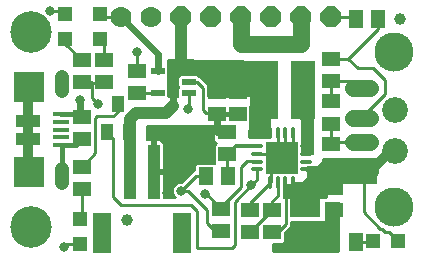
<source format=gbr>
G04 EAGLE Gerber RS-274X export*
G75*
%MOMM*%
%FSLAX34Y34*%
%LPD*%
%INTop Copper*%
%IPPOS*%
%AMOC8*
5,1,8,0,0,1.08239X$1,22.5*%
G01*
%ADD10R,2.700000X2.700000*%
%ADD11C,0.350000*%
%ADD12C,0.908000*%
%ADD13R,2.000000X5.000000*%
%ADD14R,1.500000X1.300000*%
%ADD15R,1.000000X4.600000*%
%ADD16R,1.600000X3.400000*%
%ADD17C,1.000000*%
%ADD18C,3.516000*%
%ADD19C,2.184400*%
%ADD20R,1.300000X1.500000*%
%ADD21C,1.458000*%
%ADD22C,3.316000*%
%ADD23R,1.200000X1.200000*%
%ADD24R,2.500000X1.950000*%
%ADD25P,1.924489X8X112.500000*%
%ADD26R,1.000000X1.400000*%
%ADD27R,1.200000X0.550000*%
%ADD28R,2.500000X2.500000*%
%ADD29C,1.208000*%
%ADD30R,1.350000X0.400000*%
%ADD31R,2.000000X1.000000*%
%ADD32C,1.778000*%
%ADD33C,0.406400*%
%ADD34C,0.254000*%
%ADD35C,0.800100*%
%ADD36C,0.812800*%
%ADD37C,1.422400*%
%ADD38C,0.609600*%
%ADD39C,0.304800*%
%ADD40C,1.016000*%

G36*
X227448Y100346D02*
X227448Y100346D01*
X227567Y100353D01*
X227605Y100366D01*
X227646Y100371D01*
X227756Y100414D01*
X227869Y100451D01*
X227904Y100473D01*
X227941Y100488D01*
X228037Y100558D01*
X228138Y100621D01*
X228166Y100651D01*
X228199Y100674D01*
X228275Y100766D01*
X228356Y100853D01*
X228376Y100888D01*
X228401Y100919D01*
X228452Y101027D01*
X228510Y101131D01*
X228520Y101171D01*
X228537Y101207D01*
X228559Y101324D01*
X228589Y101439D01*
X228593Y101500D01*
X228597Y101520D01*
X228595Y101540D01*
X228599Y101600D01*
X228599Y165100D01*
X228586Y165209D01*
X228580Y165318D01*
X228566Y165366D01*
X228559Y165416D01*
X228519Y165517D01*
X228487Y165622D01*
X228461Y165665D01*
X228442Y165711D01*
X228378Y165800D01*
X228321Y165893D01*
X228285Y165928D01*
X228256Y165969D01*
X228171Y166039D01*
X228092Y166115D01*
X228049Y166140D01*
X228011Y166171D01*
X227911Y166218D01*
X227816Y166272D01*
X227768Y166286D01*
X227723Y166307D01*
X227615Y166328D01*
X227509Y166357D01*
X227432Y166363D01*
X227411Y166367D01*
X227393Y166366D01*
X227349Y166369D01*
X142259Y167639D01*
X142131Y167625D01*
X142003Y167617D01*
X141974Y167607D01*
X141943Y167604D01*
X141823Y167559D01*
X141701Y167519D01*
X141674Y167502D01*
X141645Y167491D01*
X141541Y167418D01*
X141432Y167349D01*
X141411Y167326D01*
X141385Y167308D01*
X141302Y167211D01*
X141214Y167117D01*
X141199Y167090D01*
X141179Y167066D01*
X141122Y166951D01*
X141060Y166839D01*
X141053Y166809D01*
X141039Y166781D01*
X141013Y166655D01*
X140981Y166531D01*
X140978Y166486D01*
X140975Y166469D01*
X140976Y166448D01*
X140974Y166413D01*
X140973Y166412D01*
X140973Y166411D01*
X140971Y166370D01*
X140971Y162319D01*
X140983Y162221D01*
X140986Y162121D01*
X141003Y162063D01*
X141011Y162003D01*
X141047Y161911D01*
X141075Y161816D01*
X141082Y161804D01*
X141082Y154369D01*
X141060Y154330D01*
X141045Y154271D01*
X141021Y154216D01*
X141006Y154118D01*
X140981Y154022D01*
X140975Y153922D01*
X140971Y153902D01*
X140973Y153889D01*
X140971Y153861D01*
X140971Y143319D01*
X140983Y143221D01*
X140986Y143121D01*
X141003Y143063D01*
X141011Y143003D01*
X141047Y142911D01*
X141075Y142816D01*
X141082Y142804D01*
X141082Y135892D01*
X141098Y135763D01*
X141109Y135632D01*
X141118Y135605D01*
X141122Y135576D01*
X141170Y135455D01*
X141212Y135332D01*
X141228Y135308D01*
X141239Y135281D01*
X141315Y135175D01*
X141387Y135066D01*
X141409Y135047D01*
X141425Y135023D01*
X141526Y134940D01*
X141623Y134853D01*
X141648Y134839D01*
X141670Y134821D01*
X141788Y134765D01*
X141904Y134704D01*
X141932Y134697D01*
X141958Y134685D01*
X142086Y134661D01*
X142213Y134630D01*
X142254Y134628D01*
X142270Y134625D01*
X142292Y134627D01*
X142374Y134623D01*
X149772Y134757D01*
X149879Y134773D01*
X149986Y134780D01*
X150035Y134796D01*
X150087Y134803D01*
X150186Y134844D01*
X150288Y134878D01*
X150332Y134905D01*
X150380Y134925D01*
X150466Y134990D01*
X150557Y135048D01*
X150593Y135086D01*
X150634Y135117D01*
X150701Y135201D01*
X150775Y135279D01*
X150800Y135325D01*
X150833Y135366D01*
X150877Y135464D01*
X150929Y135558D01*
X150942Y135608D01*
X150963Y135656D01*
X150981Y135762D01*
X151008Y135866D01*
X151013Y135948D01*
X151017Y135969D01*
X151016Y135985D01*
X151018Y136027D01*
X151018Y142682D01*
X151279Y142942D01*
X151352Y143037D01*
X151431Y143126D01*
X151449Y143162D01*
X151474Y143194D01*
X151521Y143303D01*
X151575Y143409D01*
X151584Y143448D01*
X151600Y143486D01*
X151619Y143603D01*
X151645Y143719D01*
X151644Y143760D01*
X151650Y143800D01*
X151639Y143918D01*
X151635Y144037D01*
X151624Y144076D01*
X151620Y144116D01*
X151580Y144228D01*
X151547Y144343D01*
X151526Y144378D01*
X151513Y144416D01*
X151446Y144514D01*
X151385Y144617D01*
X151345Y144662D01*
X151334Y144679D01*
X151319Y144692D01*
X151279Y144737D01*
X151018Y144998D01*
X151018Y152182D01*
X152209Y153373D01*
X165893Y153373D01*
X167001Y152264D01*
X167080Y152204D01*
X167152Y152136D01*
X167205Y152107D01*
X167253Y152070D01*
X167343Y152030D01*
X167430Y151982D01*
X167489Y151967D01*
X167544Y151943D01*
X167642Y151928D01*
X167724Y151907D01*
X172446Y147184D01*
X174753Y144878D01*
X174753Y136504D01*
X174769Y136375D01*
X174780Y136245D01*
X174789Y136217D01*
X174793Y136189D01*
X174841Y136067D01*
X174883Y135944D01*
X174899Y135920D01*
X174910Y135893D01*
X174986Y135788D01*
X175058Y135678D01*
X175080Y135659D01*
X175096Y135636D01*
X175197Y135552D01*
X175294Y135465D01*
X175319Y135451D01*
X175341Y135433D01*
X175459Y135377D01*
X175575Y135316D01*
X175603Y135310D01*
X175629Y135297D01*
X175757Y135273D01*
X175884Y135242D01*
X175925Y135241D01*
X175941Y135238D01*
X175963Y135239D01*
X176045Y135235D01*
X210774Y135867D01*
X210194Y119620D01*
X210195Y119607D01*
X210193Y119575D01*
X210193Y113926D01*
X210142Y113861D01*
X210112Y113791D01*
X210073Y113726D01*
X210049Y113646D01*
X210016Y113570D01*
X210004Y113494D01*
X209982Y113421D01*
X209966Y113260D01*
X209552Y101645D01*
X209564Y101504D01*
X209573Y101363D01*
X209579Y101346D01*
X209580Y101329D01*
X209628Y101195D01*
X209671Y101061D01*
X209681Y101046D01*
X209687Y101029D01*
X209766Y100911D01*
X209841Y100792D01*
X209854Y100780D01*
X209864Y100765D01*
X209970Y100671D01*
X210073Y100574D01*
X210088Y100565D01*
X210102Y100554D01*
X210227Y100489D01*
X210351Y100420D01*
X210369Y100416D01*
X210384Y100408D01*
X210522Y100376D01*
X210659Y100341D01*
X210684Y100339D01*
X210694Y100337D01*
X210714Y100338D01*
X210820Y100331D01*
X227330Y100331D01*
X227448Y100346D01*
G37*
G36*
X147692Y49134D02*
X147692Y49134D01*
X147842Y49149D01*
X147850Y49152D01*
X147859Y49153D01*
X148000Y49205D01*
X148141Y49256D01*
X148148Y49261D01*
X148157Y49264D01*
X148280Y49350D01*
X148404Y49435D01*
X148410Y49441D01*
X148417Y49447D01*
X148515Y49561D01*
X148615Y49673D01*
X148619Y49681D01*
X148624Y49688D01*
X148691Y49823D01*
X148759Y49956D01*
X148761Y49965D01*
X148765Y49973D01*
X148796Y50121D01*
X148829Y50267D01*
X148829Y50276D01*
X148830Y50284D01*
X148824Y50434D01*
X148819Y50585D01*
X148817Y50593D01*
X148816Y50602D01*
X148773Y50745D01*
X148731Y50890D01*
X148726Y50898D01*
X148724Y50906D01*
X148646Y51034D01*
X148569Y51164D01*
X148561Y51173D01*
X148558Y51178D01*
X148549Y51187D01*
X148463Y51285D01*
X147285Y52462D01*
X146367Y54680D01*
X146367Y57080D01*
X147285Y59298D01*
X148982Y60995D01*
X151200Y61913D01*
X153237Y61913D01*
X153335Y61926D01*
X153434Y61929D01*
X153492Y61945D01*
X153552Y61953D01*
X153644Y61990D01*
X153739Y62017D01*
X153792Y62048D01*
X153848Y62070D01*
X153928Y62128D01*
X154013Y62179D01*
X154089Y62245D01*
X154105Y62257D01*
X154113Y62266D01*
X154134Y62285D01*
X163750Y71901D01*
X163815Y71905D01*
X163853Y71918D01*
X163894Y71923D01*
X164004Y71966D01*
X164117Y72003D01*
X164152Y72025D01*
X164189Y72040D01*
X164285Y72109D01*
X164386Y72173D01*
X164414Y72203D01*
X164447Y72226D01*
X164523Y72318D01*
X164604Y72405D01*
X164624Y72440D01*
X164649Y72471D01*
X164700Y72579D01*
X164758Y72683D01*
X164768Y72723D01*
X164785Y72759D01*
X164807Y72876D01*
X164837Y72991D01*
X164841Y73051D01*
X164845Y73071D01*
X164843Y73092D01*
X164847Y73152D01*
X164847Y76922D01*
X166038Y78113D01*
X180968Y78113D01*
X181086Y78128D01*
X181205Y78135D01*
X181243Y78148D01*
X181284Y78153D01*
X181394Y78196D01*
X181507Y78233D01*
X181542Y78255D01*
X181579Y78270D01*
X181675Y78339D01*
X181776Y78403D01*
X181804Y78433D01*
X181837Y78456D01*
X181913Y78548D01*
X181994Y78635D01*
X182014Y78670D01*
X182039Y78701D01*
X182090Y78809D01*
X182148Y78913D01*
X182158Y78953D01*
X182175Y78989D01*
X182197Y79106D01*
X182227Y79221D01*
X182231Y79281D01*
X182235Y79301D01*
X182233Y79322D01*
X182237Y79382D01*
X182237Y94362D01*
X183222Y95346D01*
X183299Y95446D01*
X183381Y95541D01*
X183396Y95571D01*
X183417Y95598D01*
X183467Y95713D01*
X183523Y95826D01*
X183530Y95859D01*
X183543Y95890D01*
X183563Y96014D01*
X183589Y96137D01*
X183588Y96170D01*
X183593Y96204D01*
X183581Y96329D01*
X183576Y96454D01*
X183566Y96487D01*
X183563Y96520D01*
X183521Y96639D01*
X183484Y96759D01*
X183467Y96788D01*
X183456Y96820D01*
X183385Y96924D01*
X183320Y97031D01*
X183296Y97055D01*
X183277Y97083D01*
X183183Y97166D01*
X183093Y97254D01*
X183052Y97281D01*
X183039Y97293D01*
X183019Y97303D01*
X182959Y97343D01*
X182710Y97487D01*
X182237Y97960D01*
X181902Y98539D01*
X181729Y99186D01*
X181729Y103481D01*
X190500Y103481D01*
X190618Y103496D01*
X190737Y103503D01*
X190775Y103516D01*
X190815Y103521D01*
X190926Y103564D01*
X191039Y103601D01*
X191074Y103623D01*
X191111Y103638D01*
X191207Y103708D01*
X191308Y103771D01*
X191336Y103801D01*
X191368Y103825D01*
X191444Y103916D01*
X191526Y104003D01*
X191545Y104038D01*
X191571Y104069D01*
X191622Y104177D01*
X191679Y104281D01*
X191690Y104321D01*
X191707Y104357D01*
X191729Y104474D01*
X191759Y104589D01*
X191763Y104650D01*
X191767Y104670D01*
X191765Y104690D01*
X191769Y104750D01*
X191769Y107290D01*
X191754Y107408D01*
X191747Y107527D01*
X191734Y107565D01*
X191729Y107605D01*
X191685Y107716D01*
X191649Y107829D01*
X191627Y107864D01*
X191612Y107901D01*
X191542Y107997D01*
X191479Y108098D01*
X191449Y108126D01*
X191425Y108158D01*
X191334Y108234D01*
X191247Y108316D01*
X191212Y108335D01*
X191180Y108361D01*
X191073Y108412D01*
X190969Y108469D01*
X190929Y108480D01*
X190893Y108497D01*
X190776Y108519D01*
X190661Y108549D01*
X190600Y108553D01*
X190580Y108557D01*
X190560Y108555D01*
X190500Y108559D01*
X181729Y108559D01*
X181729Y110490D01*
X181714Y110608D01*
X181707Y110727D01*
X181694Y110765D01*
X181689Y110806D01*
X181646Y110916D01*
X181609Y111029D01*
X181587Y111064D01*
X181572Y111101D01*
X181503Y111197D01*
X181439Y111298D01*
X181409Y111326D01*
X181386Y111359D01*
X181294Y111435D01*
X181207Y111516D01*
X181172Y111536D01*
X181141Y111561D01*
X181033Y111612D01*
X180929Y111670D01*
X180889Y111680D01*
X180853Y111697D01*
X180736Y111719D01*
X180621Y111749D01*
X180561Y111753D01*
X180541Y111757D01*
X180520Y111755D01*
X180460Y111759D01*
X124460Y111759D01*
X124342Y111744D01*
X124223Y111737D01*
X124185Y111724D01*
X124144Y111719D01*
X124034Y111676D01*
X123921Y111639D01*
X123886Y111617D01*
X123849Y111602D01*
X123753Y111533D01*
X123652Y111469D01*
X123624Y111439D01*
X123591Y111416D01*
X123516Y111324D01*
X123434Y111237D01*
X123414Y111202D01*
X123389Y111171D01*
X123338Y111063D01*
X123280Y110959D01*
X123270Y110919D01*
X123253Y110883D01*
X123231Y110766D01*
X123201Y110651D01*
X123197Y110591D01*
X123193Y110571D01*
X123195Y110550D01*
X123191Y110490D01*
X123191Y99370D01*
X123206Y99252D01*
X123213Y99133D01*
X123226Y99095D01*
X123231Y99054D01*
X123274Y98944D01*
X123311Y98831D01*
X123333Y98796D01*
X123348Y98759D01*
X123418Y98663D01*
X123481Y98562D01*
X123511Y98534D01*
X123534Y98501D01*
X123626Y98425D01*
X123713Y98344D01*
X123748Y98324D01*
X123779Y98299D01*
X123887Y98248D01*
X123991Y98190D01*
X124031Y98180D01*
X124067Y98163D01*
X124184Y98141D01*
X124299Y98111D01*
X124360Y98107D01*
X124380Y98103D01*
X124400Y98105D01*
X124460Y98101D01*
X126881Y98101D01*
X126881Y73790D01*
X126896Y73672D01*
X126903Y73553D01*
X126915Y73515D01*
X126921Y73475D01*
X126964Y73364D01*
X127001Y73251D01*
X127023Y73217D01*
X127038Y73179D01*
X127107Y73083D01*
X127171Y72982D01*
X127201Y72954D01*
X127224Y72922D01*
X127316Y72846D01*
X127403Y72764D01*
X127438Y72745D01*
X127469Y72719D01*
X127577Y72668D01*
X127681Y72611D01*
X127721Y72601D01*
X127757Y72583D01*
X127874Y72561D01*
X127989Y72531D01*
X128049Y72527D01*
X128069Y72524D01*
X128090Y72525D01*
X128150Y72521D01*
X129341Y72521D01*
X129341Y71330D01*
X129356Y71212D01*
X129363Y71093D01*
X129376Y71055D01*
X129381Y71014D01*
X129425Y70904D01*
X129461Y70791D01*
X129483Y70756D01*
X129498Y70719D01*
X129568Y70622D01*
X129631Y70522D01*
X129661Y70494D01*
X129685Y70461D01*
X129776Y70385D01*
X129863Y70304D01*
X129898Y70284D01*
X129930Y70259D01*
X130037Y70208D01*
X130142Y70150D01*
X130181Y70140D01*
X130217Y70123D01*
X130334Y70101D01*
X130450Y70071D01*
X130510Y70067D01*
X130530Y70063D01*
X130550Y70065D01*
X130610Y70061D01*
X136921Y70061D01*
X136921Y50555D01*
X136934Y50448D01*
X136939Y50340D01*
X136954Y50291D01*
X136961Y50239D01*
X137000Y50139D01*
X137032Y50036D01*
X137059Y49992D01*
X137078Y49944D01*
X137141Y49856D01*
X137197Y49764D01*
X137234Y49728D01*
X137264Y49686D01*
X137347Y49618D01*
X137425Y49542D01*
X137470Y49516D01*
X137509Y49483D01*
X137607Y49438D01*
X137700Y49384D01*
X137750Y49370D01*
X137797Y49348D01*
X137903Y49328D01*
X138007Y49299D01*
X138088Y49292D01*
X138109Y49288D01*
X138126Y49289D01*
X138167Y49286D01*
X147543Y49118D01*
X147692Y49134D01*
G37*
G36*
X275708Y49546D02*
X275708Y49546D01*
X275827Y49553D01*
X275865Y49566D01*
X275906Y49571D01*
X276016Y49614D01*
X276129Y49651D01*
X276164Y49673D01*
X276201Y49688D01*
X276297Y49758D01*
X276398Y49821D01*
X276426Y49851D01*
X276459Y49874D01*
X276535Y49966D01*
X276616Y50053D01*
X276636Y50088D01*
X276661Y50119D01*
X276712Y50227D01*
X276770Y50331D01*
X276780Y50371D01*
X276797Y50407D01*
X276819Y50524D01*
X276849Y50639D01*
X276853Y50700D01*
X276857Y50720D01*
X276855Y50740D01*
X276859Y50800D01*
X276859Y62231D01*
X317500Y62231D01*
X317618Y62246D01*
X317737Y62253D01*
X317775Y62266D01*
X317816Y62271D01*
X317926Y62314D01*
X318039Y62351D01*
X318074Y62373D01*
X318111Y62388D01*
X318207Y62458D01*
X318308Y62521D01*
X318336Y62551D01*
X318369Y62574D01*
X318445Y62666D01*
X318526Y62753D01*
X318546Y62788D01*
X318571Y62819D01*
X318622Y62927D01*
X318680Y63031D01*
X318690Y63071D01*
X318707Y63107D01*
X318729Y63224D01*
X318759Y63339D01*
X318763Y63400D01*
X318767Y63420D01*
X318765Y63440D01*
X318769Y63500D01*
X318769Y82550D01*
X318754Y82668D01*
X318747Y82787D01*
X318734Y82825D01*
X318729Y82866D01*
X318686Y82976D01*
X318649Y83089D01*
X318627Y83124D01*
X318612Y83161D01*
X318543Y83257D01*
X318479Y83358D01*
X318449Y83386D01*
X318426Y83419D01*
X318334Y83495D01*
X318247Y83576D01*
X318212Y83596D01*
X318181Y83621D01*
X318073Y83672D01*
X317969Y83730D01*
X317929Y83740D01*
X317893Y83757D01*
X317776Y83779D01*
X317661Y83809D01*
X317601Y83813D01*
X317581Y83817D01*
X317560Y83815D01*
X317500Y83819D01*
X273050Y83819D01*
X272932Y83804D01*
X272813Y83797D01*
X272775Y83784D01*
X272734Y83779D01*
X272624Y83736D01*
X272511Y83699D01*
X272476Y83677D01*
X272439Y83662D01*
X272343Y83593D01*
X272242Y83529D01*
X272214Y83499D01*
X272181Y83476D01*
X272106Y83384D01*
X272024Y83297D01*
X272004Y83262D01*
X271979Y83231D01*
X271928Y83123D01*
X271870Y83019D01*
X271860Y82979D01*
X271843Y82943D01*
X271821Y82826D01*
X271791Y82711D01*
X271787Y82651D01*
X271783Y82631D01*
X271784Y82616D01*
X271783Y82612D01*
X271784Y82601D01*
X271781Y82550D01*
X271781Y81806D01*
X267444Y77469D01*
X264445Y77469D01*
X264346Y77457D01*
X264247Y77454D01*
X264189Y77437D01*
X264129Y77429D01*
X264037Y77393D01*
X263942Y77365D01*
X263890Y77335D01*
X263833Y77312D01*
X263753Y77254D01*
X263741Y77247D01*
X260350Y77247D01*
X260232Y77232D01*
X260113Y77225D01*
X260075Y77212D01*
X260034Y77207D01*
X259924Y77164D01*
X259811Y77127D01*
X259776Y77105D01*
X259739Y77090D01*
X259643Y77021D01*
X259542Y76957D01*
X259514Y76927D01*
X259481Y76904D01*
X259406Y76812D01*
X259324Y76725D01*
X259304Y76690D01*
X259279Y76659D01*
X259228Y76551D01*
X259170Y76447D01*
X259160Y76407D01*
X259143Y76371D01*
X259121Y76254D01*
X259091Y76139D01*
X259087Y76079D01*
X259083Y76059D01*
X259085Y76038D01*
X259081Y75978D01*
X259081Y66566D01*
X254744Y62229D01*
X240030Y62229D01*
X239912Y62214D01*
X239793Y62207D01*
X239755Y62194D01*
X239714Y62189D01*
X239604Y62146D01*
X239491Y62109D01*
X239456Y62087D01*
X239419Y62072D01*
X239323Y62003D01*
X239222Y61939D01*
X239194Y61909D01*
X239161Y61886D01*
X239086Y61794D01*
X239004Y61707D01*
X238984Y61672D01*
X238959Y61641D01*
X238908Y61533D01*
X238850Y61429D01*
X238840Y61389D01*
X238823Y61353D01*
X238801Y61236D01*
X238771Y61121D01*
X238767Y61061D01*
X238763Y61041D01*
X238764Y61036D01*
X238763Y61035D01*
X238764Y61017D01*
X238761Y60960D01*
X238761Y50800D01*
X238776Y50682D01*
X238783Y50563D01*
X238796Y50525D01*
X238801Y50484D01*
X238844Y50374D01*
X238881Y50261D01*
X238903Y50226D01*
X238918Y50189D01*
X238988Y50093D01*
X239051Y49992D01*
X239081Y49964D01*
X239104Y49931D01*
X239196Y49856D01*
X239283Y49774D01*
X239318Y49754D01*
X239349Y49729D01*
X239457Y49678D01*
X239561Y49620D01*
X239601Y49610D01*
X239637Y49593D01*
X239754Y49571D01*
X239869Y49541D01*
X239930Y49537D01*
X239950Y49533D01*
X239970Y49535D01*
X240030Y49531D01*
X275590Y49531D01*
X275708Y49546D01*
G37*
G36*
X285868Y3826D02*
X285868Y3826D01*
X285987Y3833D01*
X286025Y3846D01*
X286066Y3851D01*
X286176Y3894D01*
X286289Y3931D01*
X286324Y3953D01*
X286361Y3968D01*
X286457Y4038D01*
X286558Y4101D01*
X286586Y4131D01*
X286619Y4154D01*
X286695Y4246D01*
X286776Y4333D01*
X286796Y4368D01*
X286821Y4399D01*
X286872Y4507D01*
X286930Y4611D01*
X286940Y4651D01*
X286957Y4687D01*
X286979Y4804D01*
X287009Y4919D01*
X287013Y4980D01*
X287017Y5000D01*
X287015Y5020D01*
X287019Y5080D01*
X287019Y45720D01*
X287004Y45838D01*
X286997Y45957D01*
X286984Y45995D01*
X286979Y46036D01*
X286936Y46146D01*
X286899Y46259D01*
X286877Y46294D01*
X286862Y46331D01*
X286793Y46427D01*
X286729Y46528D01*
X286699Y46556D01*
X286676Y46589D01*
X286584Y46665D01*
X286497Y46746D01*
X286462Y46766D01*
X286431Y46791D01*
X286323Y46842D01*
X286219Y46900D01*
X286179Y46910D01*
X286143Y46927D01*
X286026Y46949D01*
X285911Y46979D01*
X285851Y46983D01*
X285831Y46987D01*
X285810Y46985D01*
X285750Y46989D01*
X275590Y46989D01*
X275472Y46974D01*
X275353Y46967D01*
X275315Y46954D01*
X275274Y46949D01*
X275164Y46906D01*
X275051Y46869D01*
X275016Y46847D01*
X274979Y46832D01*
X274883Y46763D01*
X274782Y46699D01*
X274754Y46669D01*
X274721Y46646D01*
X274646Y46554D01*
X274564Y46467D01*
X274544Y46432D01*
X274519Y46401D01*
X274468Y46293D01*
X274410Y46189D01*
X274400Y46149D01*
X274383Y46113D01*
X274361Y45996D01*
X274331Y45881D01*
X274327Y45821D01*
X274323Y45801D01*
X274324Y45782D01*
X274323Y45777D01*
X274324Y45768D01*
X274321Y45720D01*
X274321Y30479D01*
X245872Y30479D01*
X245754Y30464D01*
X245635Y30457D01*
X245597Y30444D01*
X245556Y30439D01*
X245446Y30396D01*
X245333Y30359D01*
X245298Y30337D01*
X245261Y30322D01*
X245165Y30253D01*
X245064Y30189D01*
X245036Y30159D01*
X245003Y30136D01*
X244927Y30044D01*
X244846Y29957D01*
X244826Y29922D01*
X244801Y29891D01*
X244750Y29783D01*
X244692Y29679D01*
X244682Y29639D01*
X244665Y29603D01*
X244643Y29486D01*
X244613Y29371D01*
X244609Y29311D01*
X244605Y29291D01*
X244606Y29280D01*
X244605Y29276D01*
X244606Y29263D01*
X244603Y29210D01*
X244603Y26572D01*
X239774Y21744D01*
X239714Y21665D01*
X239646Y21593D01*
X239617Y21540D01*
X239580Y21492D01*
X239540Y21401D01*
X239492Y21315D01*
X239477Y21256D01*
X239453Y21201D01*
X239438Y21103D01*
X239413Y21007D01*
X239407Y20907D01*
X239403Y20887D01*
X239405Y20874D01*
X239403Y20846D01*
X239403Y13638D01*
X238212Y12447D01*
X231140Y12447D01*
X231022Y12432D01*
X230903Y12425D01*
X230865Y12412D01*
X230824Y12407D01*
X230714Y12364D01*
X230601Y12327D01*
X230566Y12305D01*
X230529Y12290D01*
X230433Y12221D01*
X230332Y12157D01*
X230304Y12127D01*
X230271Y12104D01*
X230196Y12012D01*
X230114Y11925D01*
X230094Y11890D01*
X230069Y11859D01*
X230018Y11751D01*
X229960Y11647D01*
X229950Y11607D01*
X229933Y11571D01*
X229911Y11454D01*
X229881Y11339D01*
X229877Y11279D01*
X229873Y11259D01*
X229875Y11238D01*
X229871Y11178D01*
X229871Y5080D01*
X229886Y4962D01*
X229893Y4843D01*
X229906Y4805D01*
X229911Y4764D01*
X229954Y4654D01*
X229991Y4541D01*
X230013Y4506D01*
X230028Y4469D01*
X230098Y4373D01*
X230161Y4272D01*
X230191Y4244D01*
X230214Y4211D01*
X230306Y4136D01*
X230393Y4054D01*
X230428Y4034D01*
X230459Y4009D01*
X230567Y3958D01*
X230671Y3900D01*
X230711Y3890D01*
X230747Y3873D01*
X230864Y3851D01*
X230979Y3821D01*
X231040Y3817D01*
X231060Y3813D01*
X231080Y3815D01*
X231140Y3811D01*
X285750Y3811D01*
X285868Y3826D01*
G37*
G36*
X264278Y86376D02*
X264278Y86376D01*
X264397Y86383D01*
X264435Y86396D01*
X264476Y86401D01*
X264586Y86444D01*
X264699Y86481D01*
X264734Y86503D01*
X264771Y86518D01*
X264867Y86588D01*
X264968Y86651D01*
X264996Y86681D01*
X265029Y86704D01*
X265105Y86796D01*
X265186Y86883D01*
X265206Y86918D01*
X265231Y86949D01*
X265282Y87057D01*
X265340Y87161D01*
X265350Y87201D01*
X265367Y87237D01*
X265389Y87354D01*
X265419Y87469D01*
X265423Y87530D01*
X265427Y87550D01*
X265425Y87570D01*
X265429Y87630D01*
X265429Y160020D01*
X265414Y160138D01*
X265407Y160257D01*
X265394Y160295D01*
X265389Y160336D01*
X265346Y160446D01*
X265309Y160559D01*
X265287Y160594D01*
X265272Y160631D01*
X265203Y160727D01*
X265139Y160828D01*
X265109Y160856D01*
X265086Y160889D01*
X264994Y160965D01*
X264907Y161046D01*
X264872Y161066D01*
X264841Y161091D01*
X264733Y161142D01*
X264629Y161200D01*
X264589Y161210D01*
X264553Y161227D01*
X264436Y161249D01*
X264321Y161279D01*
X264261Y161283D01*
X264241Y161287D01*
X264220Y161285D01*
X264160Y161289D01*
X250190Y161289D01*
X250072Y161274D01*
X249953Y161267D01*
X249915Y161254D01*
X249874Y161249D01*
X249764Y161206D01*
X249651Y161169D01*
X249616Y161147D01*
X249579Y161132D01*
X249483Y161063D01*
X249382Y160999D01*
X249354Y160969D01*
X249321Y160946D01*
X249246Y160854D01*
X249164Y160767D01*
X249144Y160732D01*
X249119Y160701D01*
X249068Y160593D01*
X249010Y160489D01*
X249000Y160449D01*
X248983Y160413D01*
X248961Y160296D01*
X248931Y160181D01*
X248927Y160121D01*
X248923Y160101D01*
X248925Y160080D01*
X248921Y160020D01*
X248921Y121920D01*
X248933Y121822D01*
X248936Y121723D01*
X248953Y121665D01*
X248961Y121604D01*
X248997Y121512D01*
X249025Y121417D01*
X249055Y121365D01*
X249078Y121309D01*
X249136Y121229D01*
X249186Y121143D01*
X249231Y121092D01*
X249232Y121092D01*
X249232Y121091D01*
X249252Y121068D01*
X249264Y121051D01*
X249274Y121044D01*
X249293Y121023D01*
X254001Y116314D01*
X254001Y87630D01*
X254016Y87512D01*
X254023Y87393D01*
X254036Y87355D01*
X254041Y87314D01*
X254084Y87204D01*
X254121Y87091D01*
X254143Y87056D01*
X254158Y87019D01*
X254228Y86923D01*
X254291Y86822D01*
X254321Y86794D01*
X254344Y86761D01*
X254436Y86686D01*
X254523Y86604D01*
X254558Y86584D01*
X254589Y86559D01*
X254697Y86508D01*
X254801Y86450D01*
X254841Y86440D01*
X254877Y86423D01*
X254994Y86401D01*
X255109Y86371D01*
X255170Y86367D01*
X255190Y86363D01*
X255210Y86365D01*
X255270Y86361D01*
X264160Y86361D01*
X264278Y86376D01*
G37*
%LPC*%
G36*
X131879Y75059D02*
X131879Y75059D01*
X131879Y98101D01*
X134714Y98101D01*
X135361Y97928D01*
X135940Y97593D01*
X136413Y97120D01*
X136748Y96541D01*
X136921Y95894D01*
X136921Y75059D01*
X131879Y75059D01*
G37*
%LPD*%
D10*
X237630Y84280D03*
D11*
X255130Y74530D02*
X262130Y74530D01*
X262130Y81030D02*
X255130Y81030D01*
X255130Y87530D02*
X262130Y87530D01*
X262130Y94030D02*
X255130Y94030D01*
X247380Y101780D02*
X247380Y108780D01*
X240880Y108780D02*
X240880Y101780D01*
X234380Y101780D02*
X234380Y108780D01*
X227880Y108780D02*
X227880Y101780D01*
X220130Y94030D02*
X213130Y94030D01*
X213130Y87530D02*
X220130Y87530D01*
X220130Y81030D02*
X213130Y81030D01*
X213130Y74530D02*
X220130Y74530D01*
X227880Y66780D02*
X227880Y59780D01*
X234380Y59780D02*
X234380Y66780D01*
X240880Y66780D02*
X240880Y59780D01*
X247380Y59780D02*
X247380Y66780D01*
D12*
X237630Y84280D03*
X246630Y75280D03*
X228630Y75280D03*
X228630Y93280D03*
X246630Y93280D03*
D13*
X224210Y141260D03*
X256210Y141260D03*
D14*
X182880Y140310D03*
X182880Y121310D03*
D15*
X129380Y72560D03*
X109380Y72560D03*
D16*
X153380Y20560D03*
X85380Y20560D03*
D14*
X281940Y59030D03*
X281940Y40030D03*
D17*
X106910Y31510D03*
D18*
X25400Y190500D03*
X25400Y25400D03*
D19*
X334010Y124680D03*
X334010Y89680D03*
D14*
X279900Y95870D03*
X279900Y76870D03*
X279720Y113030D03*
X279720Y132030D03*
D20*
X319380Y201930D03*
X300380Y201930D03*
D14*
X279400Y168250D03*
X279400Y149250D03*
D21*
X298350Y97950D02*
X312930Y97950D01*
X312930Y117950D02*
X298350Y117950D01*
X298350Y72950D02*
X312930Y72950D01*
X312930Y142950D02*
X298350Y142950D01*
D22*
X332740Y42250D03*
X332740Y173650D03*
D23*
X315210Y13650D03*
X336210Y13650D03*
D20*
X300330Y12700D03*
X281330Y12700D03*
D14*
X186360Y22240D03*
X186360Y41240D03*
X200660Y140310D03*
X200660Y121310D03*
X229870Y39980D03*
X229870Y20980D03*
X210820Y39980D03*
X210820Y20980D03*
X191770Y106020D03*
X191770Y87020D03*
D20*
X192380Y68580D03*
X173380Y68580D03*
D24*
X257810Y43190D03*
X257810Y12690D03*
D25*
X152400Y203200D03*
X177800Y203200D03*
X203200Y203200D03*
X228600Y203200D03*
X254000Y203200D03*
X279400Y203200D03*
D23*
X67310Y11090D03*
X67310Y32090D03*
D14*
X68580Y57810D03*
X68580Y76810D03*
D26*
X99060Y130110D03*
X108560Y106110D03*
X89560Y106110D03*
D17*
X337820Y201930D03*
D27*
X159051Y139090D03*
X159051Y148590D03*
X159051Y158090D03*
X133049Y158090D03*
X133049Y139090D03*
D23*
X83820Y185080D03*
X83820Y206080D03*
X54610Y206080D03*
X54610Y185080D03*
D14*
X87630Y166980D03*
X87630Y147980D03*
X68580Y166980D03*
X68580Y147980D03*
X68580Y118720D03*
X68580Y99720D03*
X115570Y139090D03*
X115570Y158090D03*
D28*
X24180Y71950D03*
X24180Y143950D03*
D29*
X52180Y140950D02*
X52180Y153030D01*
X52180Y74950D02*
X52180Y62870D01*
D30*
X50930Y120950D03*
X50930Y114450D03*
X50930Y107950D03*
X50930Y101450D03*
X50930Y94950D03*
D31*
X23180Y115450D03*
X23180Y100450D03*
D32*
X101600Y203200D03*
X127000Y203200D03*
D33*
X182880Y121310D02*
X200660Y121310D01*
D34*
X228630Y93280D02*
X232710Y89200D01*
X237630Y84280D01*
X242410Y89060D01*
X246630Y93280D01*
X237630Y84280D02*
X246630Y75280D01*
X228630Y64030D02*
X227880Y63280D01*
X228630Y64030D02*
X228630Y75280D01*
X237630Y84280D01*
X234380Y87530D02*
X216630Y87530D01*
X234380Y87530D02*
X237630Y84280D01*
X247380Y94030D02*
X247380Y105280D01*
X247380Y94030D02*
X246630Y93280D01*
X234380Y90870D02*
X234380Y105280D01*
X234380Y90870D02*
X232710Y89200D01*
X240880Y90590D02*
X240880Y105280D01*
X240880Y90590D02*
X242410Y89060D01*
D35*
X143510Y73660D03*
X257810Y26670D03*
X177800Y83820D03*
X238760Y7620D03*
D34*
X279720Y132030D02*
X279400Y132350D01*
X279400Y149250D01*
X299340Y149250D01*
X305640Y142950D01*
X227880Y63280D02*
X210820Y46220D01*
X210820Y39980D01*
D35*
X281940Y26670D03*
D34*
X67310Y11090D02*
X55540Y11090D01*
X53340Y8890D01*
D35*
X53340Y8890D03*
D36*
X23180Y100450D02*
X23180Y115450D01*
X23180Y100450D02*
X23180Y72950D01*
X24180Y71950D01*
X23180Y115450D02*
X23180Y143830D01*
X24130Y144780D01*
D33*
X50930Y94950D02*
X63810Y94950D01*
X68580Y99720D01*
X52180Y93700D02*
X50930Y94950D01*
X52180Y93700D02*
X52180Y74950D01*
D34*
X54610Y206080D02*
X52410Y208280D01*
X41910Y208280D01*
D35*
X41910Y208280D03*
D33*
X141580Y103480D02*
X140970Y102870D01*
D34*
X115570Y158090D02*
X115570Y173990D01*
D35*
X115570Y173990D03*
D34*
X159051Y148590D02*
X166370Y148590D01*
X171450Y143510D01*
X171450Y124460D01*
X173990Y121920D01*
X182270Y121920D01*
X182880Y121310D01*
D35*
X139700Y100330D03*
X140970Y54610D03*
X144780Y87630D03*
D37*
X203200Y180340D02*
X203200Y203200D01*
X203200Y180340D02*
X254000Y180340D01*
X254000Y203200D01*
D38*
X191770Y106020D02*
X182880Y106020D01*
X182880Y121310D01*
D39*
X199440Y94030D02*
X216630Y94030D01*
X199440Y94030D02*
X192430Y87020D01*
X191770Y87020D01*
D34*
X191770Y69240D01*
D38*
X191770Y69190D01*
X192380Y68580D01*
D34*
X258630Y74530D02*
X262700Y70460D01*
X255520Y63280D02*
X247380Y63280D01*
X255520Y63280D02*
X262700Y70460D01*
D36*
X292100Y70460D02*
X300610Y70460D01*
D34*
X294640Y67920D02*
X292100Y70460D01*
D39*
X240880Y63280D02*
X240880Y57570D01*
D34*
X279400Y203200D02*
X299110Y203200D01*
X300380Y201930D01*
D36*
X306200Y69850D02*
X309880Y69850D01*
D34*
X241300Y54610D02*
X241300Y27940D01*
X234340Y20980D01*
X229870Y20980D01*
D36*
X309880Y69850D02*
X329710Y89680D01*
X334010Y89680D01*
D34*
X307340Y38100D02*
X321310Y24130D01*
X307340Y38100D02*
X307340Y71250D01*
X305640Y72950D01*
X321310Y24130D02*
X322580Y24130D01*
X325120Y21590D01*
X328270Y21590D01*
X336210Y13650D01*
X319380Y193650D02*
X319380Y201930D01*
X319380Y193650D02*
X293980Y168250D01*
X279400Y168250D01*
X303370Y117950D02*
X305640Y117950D01*
X325120Y138430D02*
X325120Y149860D01*
X314960Y160020D01*
X302210Y160020D01*
X293980Y168250D01*
X325120Y138430D02*
X305640Y118950D01*
X305640Y117950D01*
X281980Y97950D02*
X279900Y95870D01*
X281980Y97950D02*
X305640Y97950D01*
X279900Y112850D02*
X279720Y113030D01*
X279900Y112850D02*
X279900Y95870D01*
D33*
X209670Y150020D02*
X207010Y150020D01*
D36*
X200660Y140310D02*
X182880Y140310D01*
D35*
X152400Y55880D03*
X172720Y156210D03*
D34*
X182140Y22240D02*
X186360Y22240D01*
D40*
X109380Y72560D02*
X109380Y106680D01*
X109380Y111760D01*
X109380Y117000D01*
X114300Y121920D01*
X139700Y121920D01*
D38*
X149200Y158090D02*
X159051Y158090D01*
D40*
X152400Y163830D02*
X152400Y203200D01*
D34*
X109380Y111760D02*
X109380Y109470D01*
X174520Y40110D02*
X174520Y28680D01*
X174520Y40110D02*
X158750Y55880D01*
X152400Y55880D01*
X165100Y68580D02*
X173380Y68580D01*
X165100Y68580D02*
X152400Y55880D01*
X174520Y28680D02*
X180960Y22240D01*
X186360Y22240D01*
D40*
X139700Y121920D02*
X146050Y128270D01*
D38*
X108810Y106110D02*
X108560Y106110D01*
X108810Y106110D02*
X109380Y106680D01*
X146050Y128270D02*
X146050Y142240D01*
D34*
X300330Y12700D02*
X311080Y12700D01*
X312030Y13650D01*
X315210Y13650D01*
X208280Y81280D02*
X203200Y76200D01*
X208280Y81280D02*
X216380Y81280D01*
X216630Y81030D01*
X203200Y76200D02*
X203200Y59690D01*
X184750Y41240D01*
X186360Y41240D01*
D35*
X172720Y53340D03*
D34*
X186360Y41240D02*
X186960Y40640D01*
X174260Y53340D02*
X172720Y53340D01*
X174260Y53340D02*
X186360Y41240D01*
X234380Y52110D02*
X234380Y63280D01*
X234380Y52110D02*
X229870Y47600D01*
X229870Y39980D01*
X228600Y38710D01*
X210870Y20980D02*
X210820Y20980D01*
X210870Y20980D02*
X229870Y39980D01*
X216630Y65500D02*
X216630Y74530D01*
D35*
X212090Y60960D03*
D34*
X216630Y65500D01*
X212090Y60960D02*
X198120Y46990D01*
X198120Y10160D01*
X195580Y7620D01*
X166370Y7620D01*
X95250Y100420D02*
X89560Y106110D01*
X95250Y100420D02*
X95250Y50800D01*
X101600Y44450D01*
X161290Y44450D01*
X166370Y39370D01*
X166370Y7620D01*
X68580Y33360D02*
X68580Y57810D01*
X68580Y33360D02*
X67310Y32090D01*
X68580Y76810D02*
X80010Y88240D01*
X80010Y118110D01*
X81280Y119380D01*
X95250Y119380D01*
X99060Y123190D01*
X99060Y130110D01*
X87630Y181270D02*
X83820Y185080D01*
X87630Y181270D02*
X87630Y166980D01*
D35*
X158750Y125730D03*
X82550Y129540D03*
D34*
X77395Y134695D01*
X77470Y134770D01*
X77470Y147320D01*
X76810Y147980D01*
X68580Y147980D01*
X86970Y147320D02*
X87630Y147980D01*
X86970Y147320D02*
X77470Y147320D01*
X159051Y139090D02*
X159051Y126031D01*
X158750Y125730D01*
D33*
X66350Y120950D02*
X50930Y120950D01*
X66350Y120950D02*
X68580Y118720D01*
D34*
X86700Y203200D02*
X83820Y206080D01*
X86700Y203200D02*
X101600Y203200D01*
D38*
X67310Y119990D02*
X68580Y118720D01*
X67310Y119990D02*
X67310Y133350D01*
D35*
X67310Y133350D03*
D38*
X133049Y158090D02*
X133049Y171751D01*
X101600Y203200D01*
D34*
X115570Y139090D02*
X133049Y139090D01*
X68580Y166980D02*
X54610Y180950D01*
X54610Y185080D01*
M02*

</source>
